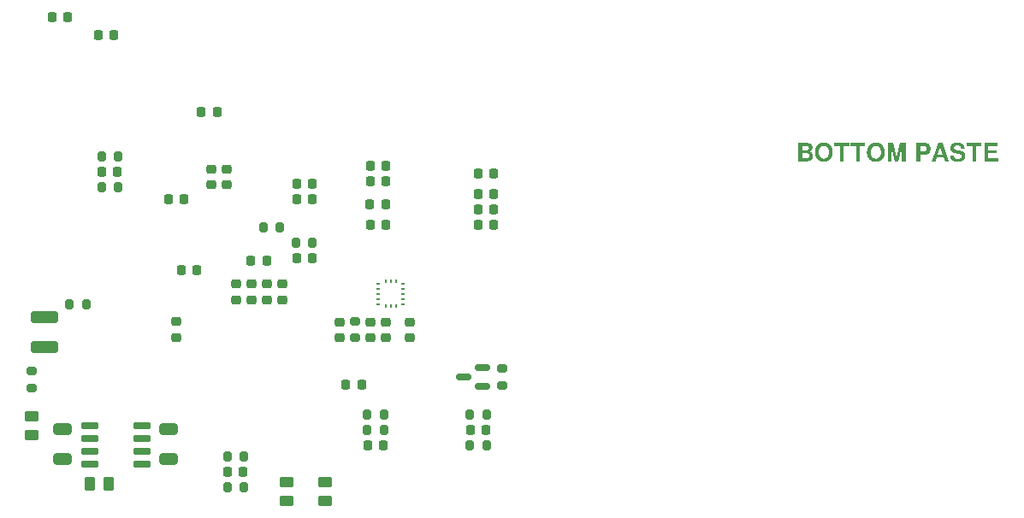
<source format=gbr>
%TF.GenerationSoftware,KiCad,Pcbnew,7.0.9-7.0.9~ubuntu22.04.1*%
%TF.CreationDate,2023-12-25T00:03:17-08:00*%
%TF.ProjectId,IMU-2X,494d552d-3258-42e6-9b69-6361645f7063,2*%
%TF.SameCoordinates,Original*%
%TF.FileFunction,Paste,Bot*%
%TF.FilePolarity,Positive*%
%FSLAX46Y46*%
G04 Gerber Fmt 4.6, Leading zero omitted, Abs format (unit mm)*
G04 Created by KiCad (PCBNEW 7.0.9-7.0.9~ubuntu22.04.1) date 2023-12-25 00:03:17*
%MOMM*%
%LPD*%
G01*
G04 APERTURE LIST*
G04 Aperture macros list*
%AMRoundRect*
0 Rectangle with rounded corners*
0 $1 Rounding radius*
0 $2 $3 $4 $5 $6 $7 $8 $9 X,Y pos of 4 corners*
0 Add a 4 corners polygon primitive as box body*
4,1,4,$2,$3,$4,$5,$6,$7,$8,$9,$2,$3,0*
0 Add four circle primitives for the rounded corners*
1,1,$1+$1,$2,$3*
1,1,$1+$1,$4,$5*
1,1,$1+$1,$6,$7*
1,1,$1+$1,$8,$9*
0 Add four rect primitives between the rounded corners*
20,1,$1+$1,$2,$3,$4,$5,0*
20,1,$1+$1,$4,$5,$6,$7,0*
20,1,$1+$1,$6,$7,$8,$9,0*
20,1,$1+$1,$8,$9,$2,$3,0*%
G04 Aperture macros list end*
%ADD10C,0.300000*%
%ADD11RoundRect,0.225000X-0.250000X0.225000X-0.250000X-0.225000X0.250000X-0.225000X0.250000X0.225000X0*%
%ADD12RoundRect,0.225000X0.225000X0.250000X-0.225000X0.250000X-0.225000X-0.250000X0.225000X-0.250000X0*%
%ADD13RoundRect,0.150000X0.725000X0.150000X-0.725000X0.150000X-0.725000X-0.150000X0.725000X-0.150000X0*%
%ADD14RoundRect,0.250000X0.450000X-0.262500X0.450000X0.262500X-0.450000X0.262500X-0.450000X-0.262500X0*%
%ADD15RoundRect,0.225000X-0.225000X-0.250000X0.225000X-0.250000X0.225000X0.250000X-0.225000X0.250000X0*%
%ADD16RoundRect,0.250000X-0.650000X0.325000X-0.650000X-0.325000X0.650000X-0.325000X0.650000X0.325000X0*%
%ADD17RoundRect,0.200000X0.200000X0.275000X-0.200000X0.275000X-0.200000X-0.275000X0.200000X-0.275000X0*%
%ADD18RoundRect,0.200000X0.275000X-0.200000X0.275000X0.200000X-0.275000X0.200000X-0.275000X-0.200000X0*%
%ADD19RoundRect,0.250000X-0.450000X0.262500X-0.450000X-0.262500X0.450000X-0.262500X0.450000X0.262500X0*%
%ADD20RoundRect,0.200000X-0.200000X-0.275000X0.200000X-0.275000X0.200000X0.275000X-0.200000X0.275000X0*%
%ADD21RoundRect,0.250000X-0.262500X-0.450000X0.262500X-0.450000X0.262500X0.450000X-0.262500X0.450000X0*%
%ADD22RoundRect,0.225000X0.250000X-0.225000X0.250000X0.225000X-0.250000X0.225000X-0.250000X-0.225000X0*%
%ADD23RoundRect,0.200000X-0.275000X0.200000X-0.275000X-0.200000X0.275000X-0.200000X0.275000X0.200000X0*%
%ADD24RoundRect,0.150000X0.587500X0.150000X-0.587500X0.150000X-0.587500X-0.150000X0.587500X-0.150000X0*%
%ADD25R,0.350000X0.250000*%
%ADD26R,0.250000X0.350000*%
%ADD27RoundRect,0.250000X-1.100000X0.325000X-1.100000X-0.325000X1.100000X-0.325000X1.100000X0.325000X0*%
G04 APERTURE END LIST*
D10*
G36*
X214394182Y-95029462D02*
G01*
X214414867Y-95030047D01*
X214435193Y-95031023D01*
X214455158Y-95032388D01*
X214474765Y-95034144D01*
X214494012Y-95036290D01*
X214512899Y-95038826D01*
X214531426Y-95041752D01*
X214549594Y-95045068D01*
X214567402Y-95048775D01*
X214584851Y-95052871D01*
X214601940Y-95057358D01*
X214618669Y-95062235D01*
X214643089Y-95070282D01*
X214666699Y-95079207D01*
X214689433Y-95088827D01*
X214711060Y-95098958D01*
X214731581Y-95109600D01*
X214750994Y-95120754D01*
X214769300Y-95132419D01*
X214786500Y-95144596D01*
X214802593Y-95157284D01*
X214817579Y-95170484D01*
X214831458Y-95184195D01*
X214844230Y-95198418D01*
X214852130Y-95208184D01*
X214863313Y-95222891D01*
X214873901Y-95237537D01*
X214883893Y-95252122D01*
X214896290Y-95271474D01*
X214907628Y-95290717D01*
X214917908Y-95309852D01*
X214927129Y-95328878D01*
X214935292Y-95347796D01*
X214940720Y-95361913D01*
X214947234Y-95380654D01*
X214952879Y-95399314D01*
X214957656Y-95417892D01*
X214961564Y-95436389D01*
X214964604Y-95454805D01*
X214966775Y-95473139D01*
X214968078Y-95491391D01*
X214968513Y-95509563D01*
X214968005Y-95531354D01*
X214966482Y-95552595D01*
X214963944Y-95573287D01*
X214960390Y-95593430D01*
X214955822Y-95613023D01*
X214950238Y-95632066D01*
X214943639Y-95650559D01*
X214936024Y-95668503D01*
X214927394Y-95685897D01*
X214917749Y-95702742D01*
X214910755Y-95713667D01*
X214899324Y-95729781D01*
X214886527Y-95745880D01*
X214872363Y-95761964D01*
X214856832Y-95778033D01*
X214839935Y-95794086D01*
X214821672Y-95810124D01*
X214802042Y-95826147D01*
X214788197Y-95836820D01*
X214773744Y-95847487D01*
X214758684Y-95858147D01*
X214743016Y-95868800D01*
X214726742Y-95879446D01*
X214718377Y-95884767D01*
X214736999Y-95895953D01*
X214755029Y-95907309D01*
X214772469Y-95918836D01*
X214789318Y-95930534D01*
X214805575Y-95942402D01*
X214821241Y-95954440D01*
X214836316Y-95966649D01*
X214850800Y-95979029D01*
X214864693Y-95991579D01*
X214877994Y-96004299D01*
X214890704Y-96017190D01*
X214902823Y-96030252D01*
X214914351Y-96043484D01*
X214935634Y-96070459D01*
X214954551Y-96098116D01*
X214971104Y-96126455D01*
X214985292Y-96155476D01*
X214997116Y-96185179D01*
X215006575Y-96215564D01*
X215013669Y-96246631D01*
X215018398Y-96278380D01*
X215020763Y-96310810D01*
X215021058Y-96327281D01*
X215020583Y-96349782D01*
X215019159Y-96372119D01*
X215016784Y-96394294D01*
X215013459Y-96416305D01*
X215009184Y-96438154D01*
X215003959Y-96459840D01*
X214997785Y-96481364D01*
X214990660Y-96502724D01*
X214982599Y-96523867D01*
X214973398Y-96544956D01*
X214965749Y-96560737D01*
X214957459Y-96576488D01*
X214948528Y-96592208D01*
X214938955Y-96607897D01*
X214928742Y-96623556D01*
X214917887Y-96639184D01*
X214906391Y-96654782D01*
X214894253Y-96670350D01*
X214881293Y-96685534D01*
X214867165Y-96700146D01*
X214851868Y-96714185D01*
X214835404Y-96727652D01*
X214817772Y-96740547D01*
X214798972Y-96752868D01*
X214779003Y-96764618D01*
X214757867Y-96775794D01*
X214735564Y-96786399D01*
X214712092Y-96796430D01*
X214695795Y-96802800D01*
X214679042Y-96808848D01*
X214661895Y-96814505D01*
X214644355Y-96819772D01*
X214626421Y-96824649D01*
X214608094Y-96829136D01*
X214589373Y-96833233D01*
X214570259Y-96836939D01*
X214550751Y-96840255D01*
X214530849Y-96843182D01*
X214510554Y-96845718D01*
X214489866Y-96847864D01*
X214468784Y-96849619D01*
X214447308Y-96850985D01*
X214425439Y-96851960D01*
X214403176Y-96852545D01*
X214380519Y-96852741D01*
X213560195Y-96852741D01*
X213560195Y-96067157D01*
X213935399Y-96067157D01*
X213935399Y-96540071D01*
X214383125Y-96540071D01*
X214416728Y-96539153D01*
X214448163Y-96536400D01*
X214477430Y-96531811D01*
X214504529Y-96525387D01*
X214529460Y-96517128D01*
X214552223Y-96507033D01*
X214572819Y-96495102D01*
X214591246Y-96481336D01*
X214607505Y-96465735D01*
X214621597Y-96448298D01*
X214633520Y-96429026D01*
X214643276Y-96407919D01*
X214650864Y-96384976D01*
X214656284Y-96360197D01*
X214659536Y-96333583D01*
X214660620Y-96305134D01*
X214659536Y-96276316D01*
X214656284Y-96249358D01*
X214650864Y-96224259D01*
X214643276Y-96201019D01*
X214633520Y-96179638D01*
X214621597Y-96160117D01*
X214607505Y-96142455D01*
X214591246Y-96126651D01*
X214572819Y-96112708D01*
X214552223Y-96100623D01*
X214529460Y-96090397D01*
X214504529Y-96082031D01*
X214477430Y-96075524D01*
X214448163Y-96070876D01*
X214416728Y-96068087D01*
X214383125Y-96067157D01*
X213935399Y-96067157D01*
X213560195Y-96067157D01*
X213560195Y-95341937D01*
X213935399Y-95341937D01*
X213935399Y-95754487D01*
X214343173Y-95754487D01*
X214375251Y-95753687D01*
X214405259Y-95751285D01*
X214433198Y-95747281D01*
X214459067Y-95741677D01*
X214482867Y-95734471D01*
X214504597Y-95725663D01*
X214524257Y-95715254D01*
X214541848Y-95703244D01*
X214557370Y-95689633D01*
X214570822Y-95674420D01*
X214582204Y-95657606D01*
X214591517Y-95639190D01*
X214598761Y-95619174D01*
X214603935Y-95597555D01*
X214607039Y-95574336D01*
X214608074Y-95549515D01*
X214607039Y-95524378D01*
X214603935Y-95500864D01*
X214598761Y-95478971D01*
X214591517Y-95458699D01*
X214582204Y-95440050D01*
X214570822Y-95423022D01*
X214557370Y-95407616D01*
X214541848Y-95393831D01*
X214524257Y-95381669D01*
X214504597Y-95371127D01*
X214482867Y-95362208D01*
X214459067Y-95354910D01*
X214433198Y-95349234D01*
X214405259Y-95345180D01*
X214375251Y-95342748D01*
X214343173Y-95341937D01*
X213935399Y-95341937D01*
X213560195Y-95341937D01*
X213560195Y-95029267D01*
X214373137Y-95029267D01*
X214394182Y-95029462D01*
G37*
G36*
X216110857Y-94999563D02*
G01*
X216135110Y-95000344D01*
X216159064Y-95001646D01*
X216182721Y-95003469D01*
X216206080Y-95005812D01*
X216229141Y-95008677D01*
X216251905Y-95012062D01*
X216274371Y-95015968D01*
X216296539Y-95020394D01*
X216318410Y-95025342D01*
X216339982Y-95030810D01*
X216361258Y-95036799D01*
X216382235Y-95043308D01*
X216402915Y-95050339D01*
X216423297Y-95057890D01*
X216443381Y-95065962D01*
X216463167Y-95074555D01*
X216482656Y-95083669D01*
X216501847Y-95093303D01*
X216520741Y-95103458D01*
X216539337Y-95114134D01*
X216557635Y-95125331D01*
X216575635Y-95137048D01*
X216593338Y-95149287D01*
X216610743Y-95162046D01*
X216627850Y-95175325D01*
X216644659Y-95189126D01*
X216661171Y-95203447D01*
X216677385Y-95218290D01*
X216693301Y-95233652D01*
X216708920Y-95249536D01*
X216724241Y-95265941D01*
X216739176Y-95282743D01*
X216753637Y-95299876D01*
X216767624Y-95317339D01*
X216781136Y-95335131D01*
X216794175Y-95353254D01*
X216806739Y-95371706D01*
X216818830Y-95390488D01*
X216830446Y-95409601D01*
X216841588Y-95429043D01*
X216852256Y-95448815D01*
X216862449Y-95468917D01*
X216872169Y-95489349D01*
X216881414Y-95510111D01*
X216890186Y-95531203D01*
X216898483Y-95552625D01*
X216906306Y-95574376D01*
X216913655Y-95596458D01*
X216920530Y-95618870D01*
X216926931Y-95641611D01*
X216932857Y-95664683D01*
X216938310Y-95688084D01*
X216943288Y-95711816D01*
X216947792Y-95735877D01*
X216951822Y-95760269D01*
X216955378Y-95784990D01*
X216958460Y-95810041D01*
X216961068Y-95835422D01*
X216963201Y-95861133D01*
X216964861Y-95887174D01*
X216966046Y-95913545D01*
X216966757Y-95940246D01*
X216966994Y-95967277D01*
X216966761Y-95992466D01*
X216966061Y-96017390D01*
X216964895Y-96042047D01*
X216963263Y-96066438D01*
X216961163Y-96090563D01*
X216958598Y-96114421D01*
X216955565Y-96138013D01*
X216952067Y-96161338D01*
X216948101Y-96184398D01*
X216943670Y-96207190D01*
X216938772Y-96229717D01*
X216933407Y-96251977D01*
X216927576Y-96273971D01*
X216921278Y-96295699D01*
X216914514Y-96317160D01*
X216907283Y-96338355D01*
X216899586Y-96359284D01*
X216891422Y-96379946D01*
X216882792Y-96400342D01*
X216873696Y-96420472D01*
X216864132Y-96440335D01*
X216854103Y-96459932D01*
X216843607Y-96479263D01*
X216832644Y-96498327D01*
X216821215Y-96517125D01*
X216809319Y-96535657D01*
X216796957Y-96553922D01*
X216784129Y-96571921D01*
X216770834Y-96589654D01*
X216757072Y-96607120D01*
X216742844Y-96624320D01*
X216728149Y-96641254D01*
X216713064Y-96657792D01*
X216697663Y-96673805D01*
X216681946Y-96689293D01*
X216665914Y-96704256D01*
X216649566Y-96718694D01*
X216632903Y-96732607D01*
X216615924Y-96745995D01*
X216598630Y-96758858D01*
X216581020Y-96771196D01*
X216563095Y-96783009D01*
X216544854Y-96794297D01*
X216526298Y-96805060D01*
X216507426Y-96815298D01*
X216488239Y-96825010D01*
X216468736Y-96834198D01*
X216448918Y-96842861D01*
X216428784Y-96850999D01*
X216408334Y-96858612D01*
X216387570Y-96865699D01*
X216366489Y-96872262D01*
X216345093Y-96878300D01*
X216323382Y-96883812D01*
X216301355Y-96888800D01*
X216279012Y-96893263D01*
X216256354Y-96897200D01*
X216233380Y-96900613D01*
X216210091Y-96903501D01*
X216186487Y-96905863D01*
X216162567Y-96907701D01*
X216138331Y-96909013D01*
X216113780Y-96909801D01*
X216088913Y-96910063D01*
X216064205Y-96909802D01*
X216039806Y-96909018D01*
X216015714Y-96907712D01*
X215991930Y-96905884D01*
X215968454Y-96903532D01*
X215945285Y-96900659D01*
X215922425Y-96897263D01*
X215899873Y-96893344D01*
X215877628Y-96888903D01*
X215855691Y-96883940D01*
X215834063Y-96878454D01*
X215812742Y-96872445D01*
X215791729Y-96865914D01*
X215771024Y-96858861D01*
X215750626Y-96851285D01*
X215730537Y-96843187D01*
X215710755Y-96834566D01*
X215691282Y-96825423D01*
X215672116Y-96815757D01*
X215653258Y-96805569D01*
X215634708Y-96794858D01*
X215616466Y-96783625D01*
X215598532Y-96771869D01*
X215580906Y-96759591D01*
X215563588Y-96746790D01*
X215546577Y-96733467D01*
X215529874Y-96719622D01*
X215513480Y-96705254D01*
X215497393Y-96690363D01*
X215481614Y-96674950D01*
X215466143Y-96659015D01*
X215450980Y-96642557D01*
X215436205Y-96625688D01*
X215421899Y-96608521D01*
X215408063Y-96591056D01*
X215394695Y-96573292D01*
X215381796Y-96555229D01*
X215369367Y-96536868D01*
X215357406Y-96518208D01*
X215345915Y-96499250D01*
X215334893Y-96479993D01*
X215324339Y-96460437D01*
X215314255Y-96440583D01*
X215304640Y-96420431D01*
X215295493Y-96399980D01*
X215286816Y-96379230D01*
X215278608Y-96358182D01*
X215270869Y-96336835D01*
X215263599Y-96315190D01*
X215256798Y-96293246D01*
X215250466Y-96271003D01*
X215244603Y-96248462D01*
X215239209Y-96225623D01*
X215234284Y-96202485D01*
X215229828Y-96179048D01*
X215225841Y-96155313D01*
X215222323Y-96131279D01*
X215219274Y-96106947D01*
X215216695Y-96082316D01*
X215214584Y-96057386D01*
X215212942Y-96032158D01*
X215211770Y-96006632D01*
X215211066Y-95980807D01*
X215210836Y-95955117D01*
X215586036Y-95955117D01*
X215586170Y-95972974D01*
X215586573Y-95990608D01*
X215587246Y-96008020D01*
X215589397Y-96042178D01*
X215592623Y-96075446D01*
X215596925Y-96107826D01*
X215602302Y-96139317D01*
X215608755Y-96169919D01*
X215616284Y-96199632D01*
X215624887Y-96228457D01*
X215634567Y-96256392D01*
X215645322Y-96283438D01*
X215657152Y-96309596D01*
X215670058Y-96334865D01*
X215684039Y-96359245D01*
X215699096Y-96382736D01*
X215715228Y-96405338D01*
X215723697Y-96416305D01*
X215741256Y-96437340D01*
X215759517Y-96457018D01*
X215778481Y-96475338D01*
X215798146Y-96492302D01*
X215818514Y-96507908D01*
X215839585Y-96522157D01*
X215861357Y-96535049D01*
X215883832Y-96546585D01*
X215907009Y-96556763D01*
X215930889Y-96565584D01*
X215955470Y-96573047D01*
X215980754Y-96579154D01*
X216006741Y-96583904D01*
X216033429Y-96587297D01*
X216060820Y-96589332D01*
X216088913Y-96590011D01*
X216116747Y-96589337D01*
X216143902Y-96587317D01*
X216170378Y-96583950D01*
X216196176Y-96579236D01*
X216221296Y-96573175D01*
X216245737Y-96565767D01*
X216269499Y-96557012D01*
X216292583Y-96546910D01*
X216314988Y-96535462D01*
X216336715Y-96522666D01*
X216357763Y-96508524D01*
X216378133Y-96493034D01*
X216397824Y-96476198D01*
X216416837Y-96458015D01*
X216435171Y-96438485D01*
X216452826Y-96417608D01*
X216469654Y-96395585D01*
X216485396Y-96372723D01*
X216500052Y-96349023D01*
X216513623Y-96324486D01*
X216526108Y-96299110D01*
X216537508Y-96272897D01*
X216547821Y-96245845D01*
X216557049Y-96217955D01*
X216565192Y-96189228D01*
X216572249Y-96159662D01*
X216578220Y-96129259D01*
X216583105Y-96098017D01*
X216586905Y-96065938D01*
X216589619Y-96033020D01*
X216591248Y-95999265D01*
X216591791Y-95964671D01*
X216591657Y-95946359D01*
X216591258Y-95928281D01*
X216590592Y-95910437D01*
X216589660Y-95892828D01*
X216588461Y-95875452D01*
X216585266Y-95841403D01*
X216581004Y-95808290D01*
X216575678Y-95776114D01*
X216569286Y-95744874D01*
X216561829Y-95714571D01*
X216553306Y-95685204D01*
X216543719Y-95656773D01*
X216533066Y-95629279D01*
X216521347Y-95602721D01*
X216508564Y-95577099D01*
X216494715Y-95552414D01*
X216479801Y-95528665D01*
X216463821Y-95505853D01*
X216455432Y-95494798D01*
X216438020Y-95473553D01*
X216419876Y-95453678D01*
X216400999Y-95435175D01*
X216381390Y-95418042D01*
X216361047Y-95402279D01*
X216339972Y-95387887D01*
X216318164Y-95374866D01*
X216295623Y-95363216D01*
X216272349Y-95352936D01*
X216248342Y-95344027D01*
X216223603Y-95336488D01*
X216198130Y-95330320D01*
X216171925Y-95325523D01*
X216144987Y-95322096D01*
X216117317Y-95320040D01*
X216088913Y-95319355D01*
X216060820Y-95320035D01*
X216033429Y-95322076D01*
X216006741Y-95325477D01*
X215980754Y-95330239D01*
X215955470Y-95336361D01*
X215930889Y-95343843D01*
X215907009Y-95352687D01*
X215883832Y-95362890D01*
X215861357Y-95374454D01*
X215839585Y-95387378D01*
X215818514Y-95401663D01*
X215798146Y-95417309D01*
X215778481Y-95434315D01*
X215759517Y-95452681D01*
X215741256Y-95472408D01*
X215723697Y-95493495D01*
X215707027Y-95515654D01*
X215691433Y-95538706D01*
X215676914Y-95562650D01*
X215663470Y-95587486D01*
X215651102Y-95613214D01*
X215639810Y-95639835D01*
X215629593Y-95667348D01*
X215620451Y-95695753D01*
X215612385Y-95725051D01*
X215605394Y-95755241D01*
X215599479Y-95786323D01*
X215594639Y-95818297D01*
X215590875Y-95851164D01*
X215588187Y-95884923D01*
X215586573Y-95919574D01*
X215586170Y-95937234D01*
X215586036Y-95955117D01*
X215210836Y-95955117D01*
X215210832Y-95954683D01*
X215211068Y-95928559D01*
X215211775Y-95902734D01*
X215212954Y-95877208D01*
X215214604Y-95851980D01*
X215216727Y-95827050D01*
X215219320Y-95802419D01*
X215222386Y-95778087D01*
X215225922Y-95754053D01*
X215229931Y-95730318D01*
X215234411Y-95706881D01*
X215239363Y-95683743D01*
X215244786Y-95660904D01*
X215250681Y-95638363D01*
X215257047Y-95616120D01*
X215263885Y-95594176D01*
X215271194Y-95572531D01*
X215278976Y-95551184D01*
X215287228Y-95530136D01*
X215295953Y-95509386D01*
X215305148Y-95488935D01*
X215314816Y-95468783D01*
X215324955Y-95448929D01*
X215335566Y-95429373D01*
X215346648Y-95410116D01*
X215358202Y-95391158D01*
X215370227Y-95372498D01*
X215382724Y-95354137D01*
X215395692Y-95336074D01*
X215409133Y-95318310D01*
X215423044Y-95300845D01*
X215437428Y-95283678D01*
X215452282Y-95266809D01*
X215467521Y-95250351D01*
X215483054Y-95234416D01*
X215498883Y-95219003D01*
X215515006Y-95204112D01*
X215531425Y-95189744D01*
X215548139Y-95175899D01*
X215565149Y-95162576D01*
X215582453Y-95149775D01*
X215600053Y-95137497D01*
X215617947Y-95125741D01*
X215636137Y-95114508D01*
X215654622Y-95103797D01*
X215673402Y-95093609D01*
X215692478Y-95083943D01*
X215711848Y-95074800D01*
X215731514Y-95066179D01*
X215751475Y-95058081D01*
X215771731Y-95050505D01*
X215792282Y-95043452D01*
X215813128Y-95036921D01*
X215834270Y-95030912D01*
X215855707Y-95025426D01*
X215877439Y-95020463D01*
X215899466Y-95016022D01*
X215921788Y-95012103D01*
X215944405Y-95008707D01*
X215967318Y-95005834D01*
X215990525Y-95003482D01*
X216014028Y-95001654D01*
X216037826Y-95000348D01*
X216061919Y-94999564D01*
X216086308Y-94999303D01*
X216110857Y-94999563D01*
G37*
G36*
X218059602Y-95341937D02*
G01*
X218059602Y-96852741D01*
X217684398Y-96852741D01*
X217684398Y-95341937D01*
X217131580Y-95341937D01*
X217131580Y-95029267D01*
X218592444Y-95029267D01*
X218592444Y-95341937D01*
X218059602Y-95341937D01*
G37*
G36*
X219661167Y-95341937D02*
G01*
X219661167Y-96852741D01*
X219285963Y-96852741D01*
X219285963Y-95341937D01*
X218733145Y-95341937D01*
X218733145Y-95029267D01*
X220194009Y-95029267D01*
X220194009Y-95341937D01*
X219661167Y-95341937D01*
G37*
G36*
X221259489Y-94999563D02*
G01*
X221283741Y-95000344D01*
X221307695Y-95001646D01*
X221331352Y-95003469D01*
X221354711Y-95005812D01*
X221377773Y-95008677D01*
X221400536Y-95012062D01*
X221423002Y-95015968D01*
X221445171Y-95020394D01*
X221467041Y-95025342D01*
X221488614Y-95030810D01*
X221509889Y-95036799D01*
X221530866Y-95043308D01*
X221551546Y-95050339D01*
X221571928Y-95057890D01*
X221592012Y-95065962D01*
X221611799Y-95074555D01*
X221631288Y-95083669D01*
X221650479Y-95093303D01*
X221669372Y-95103458D01*
X221687968Y-95114134D01*
X221706266Y-95125331D01*
X221724266Y-95137048D01*
X221741969Y-95149287D01*
X221759374Y-95162046D01*
X221776481Y-95175325D01*
X221793291Y-95189126D01*
X221809802Y-95203447D01*
X221826016Y-95218290D01*
X221841933Y-95233652D01*
X221857551Y-95249536D01*
X221872872Y-95265941D01*
X221887807Y-95282743D01*
X221902268Y-95299876D01*
X221916255Y-95317339D01*
X221929768Y-95335131D01*
X221942806Y-95353254D01*
X221955371Y-95371706D01*
X221967461Y-95390488D01*
X221979077Y-95409601D01*
X221990219Y-95429043D01*
X222000887Y-95448815D01*
X222011081Y-95468917D01*
X222020800Y-95489349D01*
X222030046Y-95510111D01*
X222038817Y-95531203D01*
X222047114Y-95552625D01*
X222054938Y-95574376D01*
X222062286Y-95596458D01*
X222069161Y-95618870D01*
X222075562Y-95641611D01*
X222081489Y-95664683D01*
X222086941Y-95688084D01*
X222091919Y-95711816D01*
X222096424Y-95735877D01*
X222100454Y-95760269D01*
X222104010Y-95784990D01*
X222107092Y-95810041D01*
X222109699Y-95835422D01*
X222111833Y-95861133D01*
X222113492Y-95887174D01*
X222114678Y-95913545D01*
X222115389Y-95940246D01*
X222115626Y-95967277D01*
X222115393Y-95992466D01*
X222114693Y-96017390D01*
X222113527Y-96042047D01*
X222111894Y-96066438D01*
X222109795Y-96090563D01*
X222107229Y-96114421D01*
X222104197Y-96138013D01*
X222100698Y-96161338D01*
X222096733Y-96184398D01*
X222092301Y-96207190D01*
X222087403Y-96229717D01*
X222082038Y-96251977D01*
X222076207Y-96273971D01*
X222069909Y-96295699D01*
X222063145Y-96317160D01*
X222055915Y-96338355D01*
X222048217Y-96359284D01*
X222040054Y-96379946D01*
X222031424Y-96400342D01*
X222022327Y-96420472D01*
X222012764Y-96440335D01*
X222002734Y-96459932D01*
X221992238Y-96479263D01*
X221981276Y-96498327D01*
X221969846Y-96517125D01*
X221957951Y-96535657D01*
X221945589Y-96553922D01*
X221932760Y-96571921D01*
X221919465Y-96589654D01*
X221905703Y-96607120D01*
X221891475Y-96624320D01*
X221876781Y-96641254D01*
X221861695Y-96657792D01*
X221846294Y-96673805D01*
X221830578Y-96689293D01*
X221814545Y-96704256D01*
X221798198Y-96718694D01*
X221781535Y-96732607D01*
X221764556Y-96745995D01*
X221747262Y-96758858D01*
X221729652Y-96771196D01*
X221711727Y-96783009D01*
X221693486Y-96794297D01*
X221674930Y-96805060D01*
X221656058Y-96815298D01*
X221636870Y-96825010D01*
X221617368Y-96834198D01*
X221597549Y-96842861D01*
X221577415Y-96850999D01*
X221556966Y-96858612D01*
X221536201Y-96865699D01*
X221515120Y-96872262D01*
X221493725Y-96878300D01*
X221472013Y-96883812D01*
X221449986Y-96888800D01*
X221427643Y-96893263D01*
X221404985Y-96897200D01*
X221382012Y-96900613D01*
X221358723Y-96903501D01*
X221335118Y-96905863D01*
X221311198Y-96907701D01*
X221286962Y-96909013D01*
X221262411Y-96909801D01*
X221237545Y-96910063D01*
X221212837Y-96909802D01*
X221188437Y-96909018D01*
X221164345Y-96907712D01*
X221140561Y-96905884D01*
X221117085Y-96903532D01*
X221093917Y-96900659D01*
X221071057Y-96897263D01*
X221048504Y-96893344D01*
X221026259Y-96888903D01*
X221004323Y-96883940D01*
X220982694Y-96878454D01*
X220961373Y-96872445D01*
X220940360Y-96865914D01*
X220919655Y-96858861D01*
X220899258Y-96851285D01*
X220879168Y-96843187D01*
X220859387Y-96834566D01*
X220839913Y-96825423D01*
X220820748Y-96815757D01*
X220801890Y-96805569D01*
X220783340Y-96794858D01*
X220765098Y-96783625D01*
X220747164Y-96771869D01*
X220729537Y-96759591D01*
X220712219Y-96746790D01*
X220695208Y-96733467D01*
X220678506Y-96719622D01*
X220662111Y-96705254D01*
X220646024Y-96690363D01*
X220630245Y-96674950D01*
X220614774Y-96659015D01*
X220599611Y-96642557D01*
X220584836Y-96625688D01*
X220570531Y-96608521D01*
X220556694Y-96591056D01*
X220543326Y-96573292D01*
X220530428Y-96555229D01*
X220517998Y-96536868D01*
X220506038Y-96518208D01*
X220494546Y-96499250D01*
X220483524Y-96479993D01*
X220472971Y-96460437D01*
X220462886Y-96440583D01*
X220453271Y-96420431D01*
X220444125Y-96399980D01*
X220435447Y-96379230D01*
X220427239Y-96358182D01*
X220419500Y-96336835D01*
X220412230Y-96315190D01*
X220405429Y-96293246D01*
X220399097Y-96271003D01*
X220393234Y-96248462D01*
X220387840Y-96225623D01*
X220382915Y-96202485D01*
X220378459Y-96179048D01*
X220374472Y-96155313D01*
X220370955Y-96131279D01*
X220367906Y-96106947D01*
X220365326Y-96082316D01*
X220363215Y-96057386D01*
X220361574Y-96032158D01*
X220360401Y-96006632D01*
X220359698Y-95980807D01*
X220359467Y-95955117D01*
X220734667Y-95955117D01*
X220734801Y-95972974D01*
X220735205Y-95990608D01*
X220735877Y-96008020D01*
X220738028Y-96042178D01*
X220741254Y-96075446D01*
X220745556Y-96107826D01*
X220750934Y-96139317D01*
X220757387Y-96169919D01*
X220764915Y-96199632D01*
X220773519Y-96228457D01*
X220783198Y-96256392D01*
X220793953Y-96283438D01*
X220805783Y-96309596D01*
X220818689Y-96334865D01*
X220832670Y-96359245D01*
X220847727Y-96382736D01*
X220863859Y-96405338D01*
X220872329Y-96416305D01*
X220889888Y-96437340D01*
X220908149Y-96457018D01*
X220927112Y-96475338D01*
X220946778Y-96492302D01*
X220967146Y-96507908D01*
X220988216Y-96522157D01*
X221009989Y-96535049D01*
X221032463Y-96546585D01*
X221055641Y-96556763D01*
X221079520Y-96565584D01*
X221104102Y-96573047D01*
X221129386Y-96579154D01*
X221155372Y-96583904D01*
X221182061Y-96587297D01*
X221209451Y-96589332D01*
X221237545Y-96590011D01*
X221265378Y-96589337D01*
X221292533Y-96587317D01*
X221319010Y-96583950D01*
X221344808Y-96579236D01*
X221369927Y-96573175D01*
X221394368Y-96565767D01*
X221418130Y-96557012D01*
X221441214Y-96546910D01*
X221463620Y-96535462D01*
X221485346Y-96522666D01*
X221506395Y-96508524D01*
X221526764Y-96493034D01*
X221546455Y-96476198D01*
X221565468Y-96458015D01*
X221583802Y-96438485D01*
X221601458Y-96417608D01*
X221618285Y-96395585D01*
X221634027Y-96372723D01*
X221648684Y-96349023D01*
X221662254Y-96324486D01*
X221674740Y-96299110D01*
X221686139Y-96272897D01*
X221696453Y-96245845D01*
X221705681Y-96217955D01*
X221713823Y-96189228D01*
X221720880Y-96159662D01*
X221726851Y-96129259D01*
X221731737Y-96098017D01*
X221735537Y-96065938D01*
X221738251Y-96033020D01*
X221739879Y-95999265D01*
X221740422Y-95964671D01*
X221740289Y-95946359D01*
X221739889Y-95928281D01*
X221739224Y-95910437D01*
X221738291Y-95892828D01*
X221737093Y-95875452D01*
X221733897Y-95841403D01*
X221729636Y-95808290D01*
X221724309Y-95776114D01*
X221717917Y-95744874D01*
X221710460Y-95714571D01*
X221701938Y-95685204D01*
X221692350Y-95656773D01*
X221681697Y-95629279D01*
X221669979Y-95602721D01*
X221657195Y-95577099D01*
X221643346Y-95552414D01*
X221628432Y-95528665D01*
X221612452Y-95505853D01*
X221604063Y-95494798D01*
X221586652Y-95473553D01*
X221568508Y-95453678D01*
X221549631Y-95435175D01*
X221530021Y-95418042D01*
X221509679Y-95402279D01*
X221488603Y-95387887D01*
X221466795Y-95374866D01*
X221444254Y-95363216D01*
X221420980Y-95352936D01*
X221396974Y-95344027D01*
X221372234Y-95336488D01*
X221346762Y-95330320D01*
X221320557Y-95325523D01*
X221293619Y-95322096D01*
X221265948Y-95320040D01*
X221237545Y-95319355D01*
X221209451Y-95320035D01*
X221182061Y-95322076D01*
X221155372Y-95325477D01*
X221129386Y-95330239D01*
X221104102Y-95336361D01*
X221079520Y-95343843D01*
X221055641Y-95352687D01*
X221032463Y-95362890D01*
X221009989Y-95374454D01*
X220988216Y-95387378D01*
X220967146Y-95401663D01*
X220946778Y-95417309D01*
X220927112Y-95434315D01*
X220908149Y-95452681D01*
X220889888Y-95472408D01*
X220872329Y-95493495D01*
X220855659Y-95515654D01*
X220840064Y-95538706D01*
X220825545Y-95562650D01*
X220812102Y-95587486D01*
X220799734Y-95613214D01*
X220788441Y-95639835D01*
X220778224Y-95667348D01*
X220769082Y-95695753D01*
X220761016Y-95725051D01*
X220754026Y-95755241D01*
X220748111Y-95786323D01*
X220743271Y-95818297D01*
X220739507Y-95851164D01*
X220736818Y-95884923D01*
X220735205Y-95919574D01*
X220734801Y-95937234D01*
X220734667Y-95955117D01*
X220359467Y-95955117D01*
X220359463Y-95954683D01*
X220359699Y-95928559D01*
X220360406Y-95902734D01*
X220361585Y-95877208D01*
X220363236Y-95851980D01*
X220365358Y-95827050D01*
X220367952Y-95802419D01*
X220371017Y-95778087D01*
X220374554Y-95754053D01*
X220378562Y-95730318D01*
X220383042Y-95706881D01*
X220387994Y-95683743D01*
X220393417Y-95660904D01*
X220399312Y-95638363D01*
X220405678Y-95616120D01*
X220412516Y-95594176D01*
X220419826Y-95572531D01*
X220427607Y-95551184D01*
X220435860Y-95530136D01*
X220444584Y-95509386D01*
X220453780Y-95488935D01*
X220463447Y-95468783D01*
X220473586Y-95448929D01*
X220484197Y-95429373D01*
X220495279Y-95410116D01*
X220506833Y-95391158D01*
X220518858Y-95372498D01*
X220531355Y-95354137D01*
X220544324Y-95336074D01*
X220557764Y-95318310D01*
X220571676Y-95300845D01*
X220586059Y-95283678D01*
X220600914Y-95266809D01*
X220616152Y-95250351D01*
X220631685Y-95234416D01*
X220647514Y-95219003D01*
X220663638Y-95204112D01*
X220680057Y-95189744D01*
X220696771Y-95175899D01*
X220713780Y-95162576D01*
X220731084Y-95149775D01*
X220748684Y-95137497D01*
X220766579Y-95125741D01*
X220784769Y-95114508D01*
X220803254Y-95103797D01*
X220822034Y-95093609D01*
X220841109Y-95083943D01*
X220860480Y-95074800D01*
X220880145Y-95066179D01*
X220900106Y-95058081D01*
X220920362Y-95050505D01*
X220940914Y-95043452D01*
X220961760Y-95036921D01*
X220982901Y-95030912D01*
X221004338Y-95025426D01*
X221026070Y-95020463D01*
X221048097Y-95016022D01*
X221070419Y-95012103D01*
X221093036Y-95008707D01*
X221115949Y-95005834D01*
X221139157Y-95003482D01*
X221162659Y-95001654D01*
X221186457Y-95000348D01*
X221210551Y-94999564D01*
X221234939Y-94999303D01*
X221259489Y-94999563D01*
G37*
G36*
X222780484Y-95431829D02*
G01*
X222780484Y-96852741D01*
X222405280Y-96852741D01*
X222405280Y-95029267D01*
X222965480Y-95029267D01*
X223295521Y-96480142D01*
X223616007Y-95029267D01*
X224180984Y-95029267D01*
X224180984Y-96852741D01*
X223805781Y-96852741D01*
X223805781Y-95431829D01*
X223483123Y-96852741D01*
X223107919Y-96852741D01*
X222780484Y-95431829D01*
G37*
G36*
X226084232Y-95029409D02*
G01*
X226101645Y-95029833D01*
X226135687Y-95031533D01*
X226168684Y-95034366D01*
X226200637Y-95038332D01*
X226231544Y-95043431D01*
X226261407Y-95049664D01*
X226290224Y-95057029D01*
X226317996Y-95065528D01*
X226344724Y-95075160D01*
X226370407Y-95085925D01*
X226395044Y-95097823D01*
X226418637Y-95110854D01*
X226441185Y-95125019D01*
X226462688Y-95140316D01*
X226483146Y-95156747D01*
X226502559Y-95174311D01*
X226520911Y-95192950D01*
X226538080Y-95212608D01*
X226554065Y-95233283D01*
X226568865Y-95254975D01*
X226582482Y-95277686D01*
X226594914Y-95301415D01*
X226606163Y-95326161D01*
X226616227Y-95351925D01*
X226625108Y-95378707D01*
X226632804Y-95406506D01*
X226639316Y-95435324D01*
X226644644Y-95465159D01*
X226648788Y-95496012D01*
X226651749Y-95527883D01*
X226653525Y-95560772D01*
X226654117Y-95594678D01*
X226653530Y-95628926D01*
X226651769Y-95662295D01*
X226648834Y-95694785D01*
X226644726Y-95726396D01*
X226639443Y-95757129D01*
X226632987Y-95786983D01*
X226625357Y-95815958D01*
X226616553Y-95844054D01*
X226606575Y-95871272D01*
X226595423Y-95897611D01*
X226583098Y-95923072D01*
X226569598Y-95947653D01*
X226554925Y-95971356D01*
X226539077Y-95994181D01*
X226522056Y-96016126D01*
X226503861Y-96037193D01*
X226484742Y-96057176D01*
X226464839Y-96075870D01*
X226444152Y-96093274D01*
X226422681Y-96109389D01*
X226400427Y-96124216D01*
X226377389Y-96137752D01*
X226353567Y-96150000D01*
X226328962Y-96160958D01*
X226303572Y-96170627D01*
X226277400Y-96179007D01*
X226250443Y-96186098D01*
X226222703Y-96191900D01*
X226194179Y-96196412D01*
X226164871Y-96199635D01*
X226134780Y-96201569D01*
X226103904Y-96202213D01*
X225636202Y-96202213D01*
X225636202Y-96852741D01*
X225260998Y-96852741D01*
X225260998Y-95341937D01*
X225636202Y-95341937D01*
X225636202Y-95889543D01*
X225986219Y-95889543D01*
X226004226Y-95889278D01*
X226021662Y-95888480D01*
X226054819Y-95885289D01*
X226085689Y-95879971D01*
X226114273Y-95872526D01*
X226140569Y-95862953D01*
X226164579Y-95851254D01*
X226186303Y-95837427D01*
X226205739Y-95821473D01*
X226222889Y-95803391D01*
X226237753Y-95783183D01*
X226250329Y-95760847D01*
X226260619Y-95736384D01*
X226268623Y-95709794D01*
X226274339Y-95681076D01*
X226277769Y-95650232D01*
X226278913Y-95617260D01*
X226278287Y-95591601D01*
X226276409Y-95567225D01*
X226273279Y-95544131D01*
X226268898Y-95522319D01*
X226263264Y-95501790D01*
X226256379Y-95482543D01*
X226248241Y-95464579D01*
X226238852Y-95447897D01*
X226228211Y-95432498D01*
X226216318Y-95418381D01*
X226207693Y-95409682D01*
X226193645Y-95397575D01*
X226178208Y-95386659D01*
X226161381Y-95376934D01*
X226143165Y-95368400D01*
X226123559Y-95361056D01*
X226102564Y-95354904D01*
X226080180Y-95349942D01*
X226056407Y-95346171D01*
X226031244Y-95343591D01*
X226013697Y-95342532D01*
X225995533Y-95342003D01*
X225986219Y-95341937D01*
X225636202Y-95341937D01*
X225260998Y-95341937D01*
X225260998Y-95029267D01*
X226066558Y-95029267D01*
X226084232Y-95029409D01*
G37*
G36*
X228464128Y-96852741D02*
G01*
X228078936Y-96852741D01*
X227959079Y-96484919D01*
X227275982Y-96484919D01*
X227153520Y-96852741D01*
X226770934Y-96852741D01*
X227012566Y-96172249D01*
X227381074Y-96172249D01*
X227856159Y-96172249D01*
X227618617Y-95459622D01*
X227381074Y-96172249D01*
X227012566Y-96172249D01*
X227418421Y-95029267D01*
X227834011Y-95029267D01*
X228464128Y-96852741D01*
G37*
G36*
X230017490Y-95584690D02*
G01*
X229667473Y-95584690D01*
X229665890Y-95567137D01*
X229660716Y-95533702D01*
X229652865Y-95502496D01*
X229642338Y-95473519D01*
X229629134Y-95446771D01*
X229613252Y-95422252D01*
X229594694Y-95399962D01*
X229573460Y-95379901D01*
X229549548Y-95362069D01*
X229522959Y-95346466D01*
X229493694Y-95333092D01*
X229461752Y-95321948D01*
X229444777Y-95317211D01*
X229427133Y-95313032D01*
X229408820Y-95309409D01*
X229389837Y-95306345D01*
X229370186Y-95303837D01*
X229349865Y-95301887D01*
X229328875Y-95300493D01*
X229307215Y-95299658D01*
X229284887Y-95299379D01*
X229266990Y-95299618D01*
X229249562Y-95300336D01*
X229224298Y-95302309D01*
X229200086Y-95305359D01*
X229176929Y-95309484D01*
X229154825Y-95314687D01*
X229133774Y-95320965D01*
X229113777Y-95328320D01*
X229094833Y-95336752D01*
X229076942Y-95346259D01*
X229060105Y-95356843D01*
X229054727Y-95360610D01*
X229039516Y-95372454D01*
X229025801Y-95385022D01*
X229013582Y-95398316D01*
X229002859Y-95412335D01*
X228993633Y-95427079D01*
X228983659Y-95447866D01*
X228977923Y-95464302D01*
X228973684Y-95481464D01*
X228970941Y-95499351D01*
X228969694Y-95517962D01*
X228969611Y-95524328D01*
X228970249Y-95542682D01*
X228972161Y-95560129D01*
X228976693Y-95581978D01*
X228983492Y-95602212D01*
X228992558Y-95620831D01*
X229003889Y-95637835D01*
X229017487Y-95653224D01*
X229033351Y-95666999D01*
X229042133Y-95673280D01*
X229062259Y-95685311D01*
X229079971Y-95694164D01*
X229099928Y-95702873D01*
X229122128Y-95711436D01*
X229146574Y-95719855D01*
X229164117Y-95725387D01*
X229182658Y-95730854D01*
X229202197Y-95736257D01*
X229222733Y-95741595D01*
X229244266Y-95746869D01*
X229266797Y-95752079D01*
X229290325Y-95757224D01*
X229314851Y-95762304D01*
X229599728Y-95817021D01*
X229630783Y-95823586D01*
X229660762Y-95830687D01*
X229689666Y-95838324D01*
X229717495Y-95846497D01*
X229744248Y-95855206D01*
X229769925Y-95864451D01*
X229794527Y-95874232D01*
X229818054Y-95884549D01*
X229840505Y-95895403D01*
X229861881Y-95906792D01*
X229882181Y-95918717D01*
X229901406Y-95931178D01*
X229919555Y-95944176D01*
X229936628Y-95957709D01*
X229952627Y-95971779D01*
X229967549Y-95986384D01*
X229981485Y-96001580D01*
X229994521Y-96017529D01*
X230006659Y-96034231D01*
X230017897Y-96051687D01*
X230028236Y-96069895D01*
X230037676Y-96088857D01*
X230046217Y-96108572D01*
X230053859Y-96129040D01*
X230060602Y-96150261D01*
X230066446Y-96172236D01*
X230071391Y-96194963D01*
X230075437Y-96218444D01*
X230078583Y-96242678D01*
X230080831Y-96267665D01*
X230082180Y-96293405D01*
X230082629Y-96319899D01*
X230081857Y-96354112D01*
X230079542Y-96387379D01*
X230075683Y-96419700D01*
X230070280Y-96451074D01*
X230063333Y-96481501D01*
X230054843Y-96510982D01*
X230044809Y-96539516D01*
X230033232Y-96567103D01*
X230020111Y-96593745D01*
X230005446Y-96619439D01*
X229989237Y-96644187D01*
X229971485Y-96667988D01*
X229952189Y-96690843D01*
X229931349Y-96712751D01*
X229908966Y-96733713D01*
X229885039Y-96753728D01*
X229859735Y-96772660D01*
X229833219Y-96790369D01*
X229805493Y-96806858D01*
X229776555Y-96822125D01*
X229746406Y-96836171D01*
X229715045Y-96848995D01*
X229682474Y-96860598D01*
X229665734Y-96865941D01*
X229648691Y-96870980D01*
X229631346Y-96875712D01*
X229613697Y-96880140D01*
X229595746Y-96884262D01*
X229577492Y-96888079D01*
X229558936Y-96891590D01*
X229540076Y-96894796D01*
X229520914Y-96897697D01*
X229501449Y-96900292D01*
X229481681Y-96902582D01*
X229461610Y-96904567D01*
X229441236Y-96906247D01*
X229420560Y-96907621D01*
X229399581Y-96908689D01*
X229378299Y-96909453D01*
X229356714Y-96909911D01*
X229334827Y-96910063D01*
X229313103Y-96909912D01*
X229291684Y-96909458D01*
X229270569Y-96908701D01*
X229249759Y-96907641D01*
X229229253Y-96906278D01*
X229209052Y-96904613D01*
X229189155Y-96902645D01*
X229169562Y-96900374D01*
X229150275Y-96897800D01*
X229131291Y-96894923D01*
X229112612Y-96891744D01*
X229094238Y-96888262D01*
X229076168Y-96884477D01*
X229058403Y-96880389D01*
X229040942Y-96875999D01*
X229023786Y-96871305D01*
X229006934Y-96866309D01*
X228990386Y-96861010D01*
X228958205Y-96849504D01*
X228927242Y-96836786D01*
X228897496Y-96822858D01*
X228868969Y-96807718D01*
X228841659Y-96791367D01*
X228815568Y-96773805D01*
X228790694Y-96755031D01*
X228767171Y-96735114D01*
X228745022Y-96714122D01*
X228724247Y-96692054D01*
X228704846Y-96668911D01*
X228686819Y-96644693D01*
X228670166Y-96619398D01*
X228654887Y-96593029D01*
X228640982Y-96565584D01*
X228628451Y-96537063D01*
X228617294Y-96507467D01*
X228607511Y-96476795D01*
X228599103Y-96445048D01*
X228592068Y-96412226D01*
X228586407Y-96378328D01*
X228584092Y-96360975D01*
X228582121Y-96343354D01*
X228580493Y-96325464D01*
X228579208Y-96307305D01*
X228944424Y-96307305D01*
X228946044Y-96325488D01*
X228948407Y-96343125D01*
X228951513Y-96360216D01*
X228957565Y-96384828D01*
X228965289Y-96408210D01*
X228974684Y-96430364D01*
X228985752Y-96451289D01*
X228998491Y-96470985D01*
X229012902Y-96489452D01*
X229028984Y-96506690D01*
X229046739Y-96522698D01*
X229059504Y-96532688D01*
X229079957Y-96546502D01*
X229101906Y-96558958D01*
X229125351Y-96570054D01*
X229141812Y-96576697D01*
X229158938Y-96582736D01*
X229176730Y-96588171D01*
X229195186Y-96593002D01*
X229214307Y-96597230D01*
X229234093Y-96600853D01*
X229254544Y-96603873D01*
X229275660Y-96606288D01*
X229297441Y-96608100D01*
X229319887Y-96609308D01*
X229342998Y-96609912D01*
X229354803Y-96609987D01*
X229375802Y-96609734D01*
X229396241Y-96608976D01*
X229416121Y-96607712D01*
X229435440Y-96605943D01*
X229454200Y-96603668D01*
X229472400Y-96600888D01*
X229490041Y-96597602D01*
X229507121Y-96593811D01*
X229531692Y-96587176D01*
X229555004Y-96579404D01*
X229577056Y-96570494D01*
X229597848Y-96560447D01*
X229617381Y-96549263D01*
X229623612Y-96545282D01*
X229641307Y-96532629D01*
X229657261Y-96519099D01*
X229671475Y-96504690D01*
X229683948Y-96489404D01*
X229694681Y-96473240D01*
X229703673Y-96456198D01*
X229710925Y-96438279D01*
X229716436Y-96419481D01*
X229720207Y-96399805D01*
X229722238Y-96379252D01*
X229722625Y-96365062D01*
X229721941Y-96344823D01*
X229719892Y-96325470D01*
X229716476Y-96307002D01*
X229711693Y-96289419D01*
X229705544Y-96272722D01*
X229698029Y-96256910D01*
X229685883Y-96237206D01*
X229675180Y-96223460D01*
X229663110Y-96210600D01*
X229649674Y-96198626D01*
X229644891Y-96194831D01*
X229629428Y-96183812D01*
X229612026Y-96173228D01*
X229592686Y-96163079D01*
X229571406Y-96153365D01*
X229548187Y-96144087D01*
X229531631Y-96138143D01*
X229514213Y-96132392D01*
X229495933Y-96126835D01*
X229476791Y-96121471D01*
X229456788Y-96116301D01*
X229435923Y-96111324D01*
X229414196Y-96106540D01*
X229391608Y-96101950D01*
X229379990Y-96099727D01*
X229124643Y-96049787D01*
X229107456Y-96046444D01*
X229074018Y-96039408D01*
X229041828Y-96031903D01*
X229010887Y-96023930D01*
X228981194Y-96015489D01*
X228952750Y-96006580D01*
X228925554Y-95997203D01*
X228899606Y-95987357D01*
X228874908Y-95977043D01*
X228851457Y-95966261D01*
X228829256Y-95955011D01*
X228808303Y-95943293D01*
X228788598Y-95931106D01*
X228770142Y-95918452D01*
X228752934Y-95905329D01*
X228736975Y-95891738D01*
X228729463Y-95884767D01*
X228715212Y-95870315D01*
X228701881Y-95855081D01*
X228689469Y-95839062D01*
X228677976Y-95822260D01*
X228667403Y-95804674D01*
X228657749Y-95786304D01*
X228649014Y-95767151D01*
X228641199Y-95747213D01*
X228634304Y-95726493D01*
X228628327Y-95704988D01*
X228623271Y-95682700D01*
X228619133Y-95659628D01*
X228615915Y-95635772D01*
X228613617Y-95611133D01*
X228612238Y-95585710D01*
X228611778Y-95559503D01*
X228612485Y-95526538D01*
X228614607Y-95494519D01*
X228618144Y-95463448D01*
X228623096Y-95433322D01*
X228629462Y-95404143D01*
X228637243Y-95375911D01*
X228646439Y-95348625D01*
X228657050Y-95322286D01*
X228669075Y-95296894D01*
X228682515Y-95272448D01*
X228697370Y-95248948D01*
X228713640Y-95226395D01*
X228731324Y-95204789D01*
X228750423Y-95184129D01*
X228770937Y-95164416D01*
X228792866Y-95145650D01*
X228816128Y-95127928D01*
X228840533Y-95111350D01*
X228866082Y-95095914D01*
X228892774Y-95081623D01*
X228920609Y-95068474D01*
X228949588Y-95056469D01*
X228979709Y-95045608D01*
X229010975Y-95035889D01*
X229043383Y-95027314D01*
X229076935Y-95019883D01*
X229094140Y-95016596D01*
X229111631Y-95013594D01*
X229129407Y-95010879D01*
X229147469Y-95008449D01*
X229165817Y-95006306D01*
X229184451Y-95004448D01*
X229203371Y-95002876D01*
X229222577Y-95001589D01*
X229242068Y-95000589D01*
X229261845Y-94999874D01*
X229281908Y-94999446D01*
X229302257Y-94999303D01*
X229320032Y-94999413D01*
X229337692Y-94999745D01*
X229355238Y-95000299D01*
X229372669Y-95001074D01*
X229395732Y-95002451D01*
X229418592Y-95004222D01*
X229441249Y-95006387D01*
X229463702Y-95008945D01*
X229485951Y-95011896D01*
X229508376Y-95015357D01*
X229531141Y-95019659D01*
X229548438Y-95023437D01*
X229565925Y-95027689D01*
X229583603Y-95032414D01*
X229601472Y-95037613D01*
X229619531Y-95043285D01*
X229637782Y-95049430D01*
X229656223Y-95056048D01*
X229674856Y-95063139D01*
X229693420Y-95070585D01*
X229711497Y-95078427D01*
X229729084Y-95086666D01*
X229746183Y-95095302D01*
X229762794Y-95104335D01*
X229778916Y-95113765D01*
X229794549Y-95123592D01*
X229809694Y-95133816D01*
X229824351Y-95144437D01*
X229838519Y-95155454D01*
X229847693Y-95163020D01*
X229861080Y-95174921D01*
X229874049Y-95187661D01*
X229886597Y-95201241D01*
X229898725Y-95215661D01*
X229910434Y-95230920D01*
X229921723Y-95247020D01*
X229932592Y-95263958D01*
X229943041Y-95281737D01*
X229953070Y-95300355D01*
X229962679Y-95319813D01*
X229968852Y-95333252D01*
X229977544Y-95353909D01*
X229985381Y-95375170D01*
X229992363Y-95397034D01*
X229998491Y-95419500D01*
X230003763Y-95442570D01*
X230008180Y-95466243D01*
X230011742Y-95490519D01*
X230014450Y-95515398D01*
X230016302Y-95540880D01*
X230017300Y-95566965D01*
X230017490Y-95584690D01*
G37*
G36*
X231176105Y-95341937D02*
G01*
X231176105Y-96852741D01*
X230800902Y-96852741D01*
X230800902Y-95341937D01*
X230248084Y-95341937D01*
X230248084Y-95029267D01*
X231708947Y-95029267D01*
X231708947Y-95341937D01*
X231176105Y-95341937D01*
G37*
G36*
X232349920Y-96067157D02*
G01*
X232349920Y-96540071D01*
X233337871Y-96540071D01*
X233337871Y-96852741D01*
X231974717Y-96852741D01*
X231974717Y-95029267D01*
X233292707Y-95029267D01*
X233292707Y-95341937D01*
X232349920Y-95341937D01*
X232349920Y-95754487D01*
X233222791Y-95754487D01*
X233222791Y-96067157D01*
X232349920Y-96067157D01*
G37*
D11*
%TO.C,C32*%
X157937200Y-109029200D03*
X157937200Y-110579200D03*
%TD*%
D12*
%TO.C,C10*%
X145809000Y-84328000D03*
X144259000Y-84328000D03*
%TD*%
%TO.C,C23*%
X183401000Y-101600000D03*
X181851000Y-101600000D03*
%TD*%
D13*
%TO.C,U13*%
X148625000Y-123063000D03*
X148625000Y-124333000D03*
X148625000Y-125603000D03*
X148625000Y-126873000D03*
X143475000Y-126873000D03*
X143475000Y-125603000D03*
X143475000Y-124333000D03*
X143475000Y-123063000D03*
%TD*%
D14*
%TO.C,R25*%
X166725600Y-130452500D03*
X166725600Y-128627500D03*
%TD*%
D12*
%TO.C,C24*%
X183401000Y-103124000D03*
X181851000Y-103124000D03*
%TD*%
%TO.C,C27*%
X160947400Y-106680000D03*
X159397400Y-106680000D03*
%TD*%
%TO.C,C21*%
X152794000Y-100584000D03*
X151244000Y-100584000D03*
%TD*%
D15*
%TO.C,C17*%
X171183000Y-98806000D03*
X172733000Y-98806000D03*
%TD*%
%TO.C,C18*%
X163918600Y-99085400D03*
X165468600Y-99085400D03*
%TD*%
D16*
%TO.C,C41*%
X151257000Y-123366000D03*
X151257000Y-126316000D03*
%TD*%
D17*
%TO.C,R12*%
X165493200Y-104902000D03*
X163843200Y-104902000D03*
%TD*%
D18*
%TO.C,R16*%
X137668000Y-119316000D03*
X137668000Y-117666000D03*
%TD*%
D17*
%TO.C,R18*%
X172529000Y-121920000D03*
X170879000Y-121920000D03*
%TD*%
D11*
%TO.C,C37*%
X151990000Y-112745000D03*
X151990000Y-114295000D03*
%TD*%
D15*
%TO.C,C9*%
X139687000Y-82550000D03*
X141237000Y-82550000D03*
%TD*%
D14*
%TO.C,R26*%
X162915600Y-130452500D03*
X162915600Y-128627500D03*
%TD*%
D19*
%TO.C,R19*%
X137668000Y-122125100D03*
X137668000Y-123950100D03*
%TD*%
D15*
%TO.C,C12*%
X171183000Y-97282000D03*
X172733000Y-97282000D03*
%TD*%
D12*
%TO.C,C40*%
X182639000Y-123444000D03*
X181089000Y-123444000D03*
%TD*%
D15*
%TO.C,C13*%
X144640000Y-97917000D03*
X146190000Y-97917000D03*
%TD*%
D11*
%TO.C,C34*%
X172720000Y-112763000D03*
X172720000Y-114313000D03*
%TD*%
D20*
%TO.C,R9*%
X144590000Y-96393000D03*
X146240000Y-96393000D03*
%TD*%
D21*
%TO.C,R23*%
X143486500Y-128778000D03*
X145311500Y-128778000D03*
%TD*%
D22*
%TO.C,C16*%
X155498800Y-99200000D03*
X155498800Y-97650000D03*
%TD*%
D17*
%TO.C,R13*%
X143065000Y-110998000D03*
X141415000Y-110998000D03*
%TD*%
D11*
%TO.C,C35*%
X171196000Y-112763000D03*
X171196000Y-114313000D03*
%TD*%
D16*
%TO.C,C42*%
X140716000Y-123366000D03*
X140716000Y-126316000D03*
%TD*%
D18*
%TO.C,R15*%
X184277000Y-119062000D03*
X184277000Y-117412000D03*
%TD*%
D20*
%TO.C,R24*%
X157036000Y-129159000D03*
X158686000Y-129159000D03*
%TD*%
D23*
%TO.C,R14*%
X169672000Y-112713000D03*
X169672000Y-114363000D03*
%TD*%
D11*
%TO.C,C33*%
X175133000Y-112763000D03*
X175133000Y-114313000D03*
%TD*%
D24*
%TO.C,Q1*%
X182293500Y-117287000D03*
X182293500Y-119187000D03*
X180418500Y-118237000D03*
%TD*%
D11*
%TO.C,C29*%
X162509200Y-109029200D03*
X162509200Y-110579200D03*
%TD*%
D12*
%TO.C,C44*%
X158636000Y-127635000D03*
X157086000Y-127635000D03*
%TD*%
%TO.C,C26*%
X165443200Y-106426000D03*
X163893200Y-106426000D03*
%TD*%
%TO.C,C28*%
X154038600Y-107619800D03*
X152488600Y-107619800D03*
%TD*%
%TO.C,C19*%
X183401000Y-100076000D03*
X181851000Y-100076000D03*
%TD*%
D15*
%TO.C,C39*%
X168785000Y-118940000D03*
X170335000Y-118940000D03*
%TD*%
D17*
%TO.C,R20*%
X172529000Y-123444000D03*
X170879000Y-123444000D03*
%TD*%
D20*
%TO.C,R21*%
X181039000Y-124968000D03*
X182689000Y-124968000D03*
%TD*%
D17*
%TO.C,R22*%
X158686000Y-126111000D03*
X157036000Y-126111000D03*
%TD*%
D25*
%TO.C,U12*%
X172003000Y-110982000D03*
X172003000Y-110482000D03*
X172003000Y-109982000D03*
X172003000Y-109482000D03*
X172003000Y-108982000D03*
D26*
X172728000Y-108757000D03*
X173228000Y-108757000D03*
X173728000Y-108757000D03*
D25*
X174453000Y-108982000D03*
X174453000Y-109482000D03*
X174453000Y-109982000D03*
X174453000Y-110482000D03*
X174453000Y-110982000D03*
D26*
X173728000Y-111207000D03*
X173228000Y-111207000D03*
X172728000Y-111207000D03*
%TD*%
D15*
%TO.C,C11*%
X154469800Y-91948000D03*
X156019800Y-91948000D03*
%TD*%
D22*
%TO.C,C15*%
X156972000Y-99200000D03*
X156972000Y-97650000D03*
%TD*%
D11*
%TO.C,C36*%
X168148000Y-112763000D03*
X168148000Y-114313000D03*
%TD*%
D12*
%TO.C,C43*%
X172479000Y-124968000D03*
X170929000Y-124968000D03*
%TD*%
D27*
%TO.C,C38*%
X138938000Y-112317000D03*
X138938000Y-115267000D03*
%TD*%
D15*
%TO.C,C25*%
X171183000Y-103124000D03*
X172733000Y-103124000D03*
%TD*%
D17*
%TO.C,R10*%
X146240000Y-99441000D03*
X144590000Y-99441000D03*
%TD*%
D20*
%TO.C,R11*%
X160592000Y-103378000D03*
X162242000Y-103378000D03*
%TD*%
D11*
%TO.C,C30*%
X160985200Y-109029200D03*
X160985200Y-110579200D03*
%TD*%
D15*
%TO.C,C22*%
X171170000Y-101092000D03*
X172720000Y-101092000D03*
%TD*%
D20*
%TO.C,R17*%
X181039000Y-121920000D03*
X182689000Y-121920000D03*
%TD*%
D11*
%TO.C,C31*%
X159461200Y-109029200D03*
X159461200Y-110579200D03*
%TD*%
D12*
%TO.C,C14*%
X183401000Y-98044000D03*
X181851000Y-98044000D03*
%TD*%
D15*
%TO.C,C20*%
X163918600Y-100609400D03*
X165468600Y-100609400D03*
%TD*%
M02*

</source>
